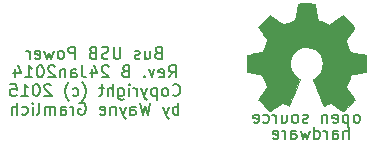
<source format=gbo>
%FSLAX36Y36*%
G04 Gerber Fmt 3.6, Leading zero omitted, Abs format (unit inch)*
G04 Created by KiCad (PCBNEW (2014-jul-16 BZR unknown)-product) date Sat 24 Jan 2015 08:01:21 PM PST*
%MOIN*%
G01*
G04 APERTURE LIST*
%ADD10C,0.003937*%
%ADD11C,0.006000*%
%ADD12C,0.000100*%
G04 APERTURE END LIST*
D10*
D11*
X4985476Y-4604143D02*
X4979762Y-4606048D01*
X4977857Y-4607952D01*
X4975952Y-4611762D01*
X4975952Y-4617476D01*
X4977857Y-4621286D01*
X4979762Y-4623190D01*
X4983571Y-4625095D01*
X4998809Y-4625095D01*
X4998809Y-4585095D01*
X4985476Y-4585095D01*
X4981667Y-4587000D01*
X4979762Y-4588905D01*
X4977857Y-4592714D01*
X4977857Y-4596524D01*
X4979762Y-4600333D01*
X4981667Y-4602238D01*
X4985476Y-4604143D01*
X4998809Y-4604143D01*
X4941667Y-4598429D02*
X4941667Y-4625095D01*
X4958809Y-4598429D02*
X4958809Y-4619381D01*
X4956905Y-4623190D01*
X4953095Y-4625095D01*
X4947381Y-4625095D01*
X4943571Y-4623190D01*
X4941667Y-4621286D01*
X4924524Y-4623190D02*
X4920714Y-4625095D01*
X4913095Y-4625095D01*
X4909286Y-4623190D01*
X4907381Y-4619381D01*
X4907381Y-4617476D01*
X4909286Y-4613667D01*
X4913095Y-4611762D01*
X4918809Y-4611762D01*
X4922619Y-4609857D01*
X4924524Y-4606048D01*
X4924524Y-4604143D01*
X4922619Y-4600333D01*
X4918809Y-4598429D01*
X4913095Y-4598429D01*
X4909286Y-4600333D01*
X4859762Y-4585095D02*
X4859762Y-4617476D01*
X4857857Y-4621286D01*
X4855952Y-4623190D01*
X4852143Y-4625095D01*
X4844524Y-4625095D01*
X4840714Y-4623190D01*
X4838810Y-4621286D01*
X4836905Y-4617476D01*
X4836905Y-4585095D01*
X4819762Y-4623190D02*
X4814048Y-4625095D01*
X4804524Y-4625095D01*
X4800714Y-4623190D01*
X4798810Y-4621286D01*
X4796905Y-4617476D01*
X4796905Y-4613667D01*
X4798810Y-4609857D01*
X4800714Y-4607952D01*
X4804524Y-4606048D01*
X4812143Y-4604143D01*
X4815952Y-4602238D01*
X4817857Y-4600333D01*
X4819762Y-4596524D01*
X4819762Y-4592714D01*
X4817857Y-4588905D01*
X4815952Y-4587000D01*
X4812143Y-4585095D01*
X4802619Y-4585095D01*
X4796905Y-4587000D01*
X4766429Y-4604143D02*
X4760714Y-4606048D01*
X4758810Y-4607952D01*
X4756905Y-4611762D01*
X4756905Y-4617476D01*
X4758810Y-4621286D01*
X4760714Y-4623190D01*
X4764524Y-4625095D01*
X4779762Y-4625095D01*
X4779762Y-4585095D01*
X4766429Y-4585095D01*
X4762619Y-4587000D01*
X4760714Y-4588905D01*
X4758810Y-4592714D01*
X4758810Y-4596524D01*
X4760714Y-4600333D01*
X4762619Y-4602238D01*
X4766429Y-4604143D01*
X4779762Y-4604143D01*
X4709286Y-4625095D02*
X4709286Y-4585095D01*
X4694048Y-4585095D01*
X4690238Y-4587000D01*
X4688333Y-4588905D01*
X4686429Y-4592714D01*
X4686429Y-4598429D01*
X4688333Y-4602238D01*
X4690238Y-4604143D01*
X4694048Y-4606048D01*
X4709286Y-4606048D01*
X4663571Y-4625095D02*
X4667381Y-4623190D01*
X4669286Y-4621286D01*
X4671190Y-4617476D01*
X4671190Y-4606048D01*
X4669286Y-4602238D01*
X4667381Y-4600333D01*
X4663571Y-4598429D01*
X4657857Y-4598429D01*
X4654048Y-4600333D01*
X4652143Y-4602238D01*
X4650238Y-4606048D01*
X4650238Y-4617476D01*
X4652143Y-4621286D01*
X4654048Y-4623190D01*
X4657857Y-4625095D01*
X4663571Y-4625095D01*
X4636905Y-4598429D02*
X4629286Y-4625095D01*
X4621667Y-4606048D01*
X4614048Y-4625095D01*
X4606429Y-4598429D01*
X4575952Y-4623190D02*
X4579762Y-4625095D01*
X4587381Y-4625095D01*
X4591190Y-4623190D01*
X4593095Y-4619381D01*
X4593095Y-4604143D01*
X4591190Y-4600333D01*
X4587381Y-4598429D01*
X4579762Y-4598429D01*
X4575952Y-4600333D01*
X4574048Y-4604143D01*
X4574048Y-4607952D01*
X4593095Y-4611762D01*
X4556905Y-4625095D02*
X4556905Y-4598429D01*
X4556905Y-4606048D02*
X4555000Y-4602238D01*
X4553095Y-4600333D01*
X4549286Y-4598429D01*
X4545476Y-4598429D01*
X5020714Y-4687095D02*
X5034048Y-4668048D01*
X5043571Y-4687095D02*
X5043571Y-4647095D01*
X5028333Y-4647095D01*
X5024524Y-4649000D01*
X5022619Y-4650905D01*
X5020714Y-4654714D01*
X5020714Y-4660429D01*
X5022619Y-4664238D01*
X5024524Y-4666143D01*
X5028333Y-4668048D01*
X5043571Y-4668048D01*
X4988333Y-4685190D02*
X4992143Y-4687095D01*
X4999762Y-4687095D01*
X5003571Y-4685190D01*
X5005476Y-4681381D01*
X5005476Y-4666143D01*
X5003571Y-4662333D01*
X4999762Y-4660429D01*
X4992143Y-4660429D01*
X4988333Y-4662333D01*
X4986429Y-4666143D01*
X4986429Y-4669952D01*
X5005476Y-4673762D01*
X4973095Y-4660429D02*
X4963571Y-4687095D01*
X4954048Y-4660429D01*
X4938809Y-4683286D02*
X4936905Y-4685190D01*
X4938809Y-4687095D01*
X4940714Y-4685190D01*
X4938809Y-4683286D01*
X4938809Y-4687095D01*
X4875952Y-4666143D02*
X4870238Y-4668048D01*
X4868333Y-4669952D01*
X4866429Y-4673762D01*
X4866429Y-4679476D01*
X4868333Y-4683286D01*
X4870238Y-4685190D01*
X4874048Y-4687095D01*
X4889286Y-4687095D01*
X4889286Y-4647095D01*
X4875952Y-4647095D01*
X4872143Y-4649000D01*
X4870238Y-4650905D01*
X4868333Y-4654714D01*
X4868333Y-4658524D01*
X4870238Y-4662333D01*
X4872143Y-4664238D01*
X4875952Y-4666143D01*
X4889286Y-4666143D01*
X4820714Y-4650905D02*
X4818809Y-4649000D01*
X4815000Y-4647095D01*
X4805476Y-4647095D01*
X4801667Y-4649000D01*
X4799762Y-4650905D01*
X4797857Y-4654714D01*
X4797857Y-4658524D01*
X4799762Y-4664238D01*
X4822619Y-4687095D01*
X4797857Y-4687095D01*
X4763571Y-4660429D02*
X4763571Y-4687095D01*
X4773095Y-4645190D02*
X4782619Y-4673762D01*
X4757857Y-4673762D01*
X4731190Y-4647095D02*
X4731190Y-4675667D01*
X4733095Y-4681381D01*
X4736905Y-4685190D01*
X4742619Y-4687095D01*
X4746429Y-4687095D01*
X4695000Y-4687095D02*
X4695000Y-4666143D01*
X4696905Y-4662333D01*
X4700714Y-4660429D01*
X4708333Y-4660429D01*
X4712143Y-4662333D01*
X4695000Y-4685190D02*
X4698810Y-4687095D01*
X4708333Y-4687095D01*
X4712143Y-4685190D01*
X4714048Y-4681381D01*
X4714048Y-4677571D01*
X4712143Y-4673762D01*
X4708333Y-4671857D01*
X4698810Y-4671857D01*
X4695000Y-4669952D01*
X4675952Y-4660429D02*
X4675952Y-4687095D01*
X4675952Y-4664238D02*
X4674048Y-4662333D01*
X4670238Y-4660429D01*
X4664524Y-4660429D01*
X4660714Y-4662333D01*
X4658810Y-4666143D01*
X4658810Y-4687095D01*
X4641667Y-4650905D02*
X4639762Y-4649000D01*
X4635952Y-4647095D01*
X4626429Y-4647095D01*
X4622619Y-4649000D01*
X4620714Y-4650905D01*
X4618810Y-4654714D01*
X4618810Y-4658524D01*
X4620714Y-4664238D01*
X4643571Y-4687095D01*
X4618810Y-4687095D01*
X4594048Y-4647095D02*
X4590238Y-4647095D01*
X4586429Y-4649000D01*
X4584524Y-4650905D01*
X4582619Y-4654714D01*
X4580714Y-4662333D01*
X4580714Y-4671857D01*
X4582619Y-4679476D01*
X4584524Y-4683286D01*
X4586429Y-4685190D01*
X4590238Y-4687095D01*
X4594048Y-4687095D01*
X4597857Y-4685190D01*
X4599762Y-4683286D01*
X4601667Y-4679476D01*
X4603571Y-4671857D01*
X4603571Y-4662333D01*
X4601667Y-4654714D01*
X4599762Y-4650905D01*
X4597857Y-4649000D01*
X4594048Y-4647095D01*
X4542619Y-4687095D02*
X4565476Y-4687095D01*
X4554048Y-4687095D02*
X4554048Y-4647095D01*
X4557857Y-4652810D01*
X4561667Y-4656619D01*
X4565476Y-4658524D01*
X4508333Y-4660429D02*
X4508333Y-4687095D01*
X4517857Y-4645190D02*
X4527381Y-4673762D01*
X4502619Y-4673762D01*
X5034048Y-4745286D02*
X5035952Y-4747190D01*
X5041667Y-4749095D01*
X5045476Y-4749095D01*
X5051190Y-4747190D01*
X5055000Y-4743381D01*
X5056905Y-4739571D01*
X5058809Y-4731952D01*
X5058809Y-4726238D01*
X5056905Y-4718619D01*
X5055000Y-4714810D01*
X5051190Y-4711000D01*
X5045476Y-4709095D01*
X5041667Y-4709095D01*
X5035952Y-4711000D01*
X5034048Y-4712905D01*
X5011190Y-4749095D02*
X5015000Y-4747190D01*
X5016905Y-4745286D01*
X5018809Y-4741476D01*
X5018809Y-4730048D01*
X5016905Y-4726238D01*
X5015000Y-4724333D01*
X5011190Y-4722429D01*
X5005476Y-4722429D01*
X5001667Y-4724333D01*
X4999762Y-4726238D01*
X4997857Y-4730048D01*
X4997857Y-4741476D01*
X4999762Y-4745286D01*
X5001667Y-4747190D01*
X5005476Y-4749095D01*
X5011190Y-4749095D01*
X4980714Y-4722429D02*
X4980714Y-4762429D01*
X4980714Y-4724333D02*
X4976905Y-4722429D01*
X4969286Y-4722429D01*
X4965476Y-4724333D01*
X4963571Y-4726238D01*
X4961667Y-4730048D01*
X4961667Y-4741476D01*
X4963571Y-4745286D01*
X4965476Y-4747190D01*
X4969286Y-4749095D01*
X4976905Y-4749095D01*
X4980714Y-4747190D01*
X4948333Y-4722429D02*
X4938809Y-4749095D01*
X4929286Y-4722429D02*
X4938809Y-4749095D01*
X4942619Y-4758619D01*
X4944524Y-4760524D01*
X4948333Y-4762429D01*
X4914048Y-4749095D02*
X4914048Y-4722429D01*
X4914048Y-4730048D02*
X4912143Y-4726238D01*
X4910238Y-4724333D01*
X4906429Y-4722429D01*
X4902619Y-4722429D01*
X4889286Y-4749095D02*
X4889286Y-4722429D01*
X4889286Y-4709095D02*
X4891190Y-4711000D01*
X4889286Y-4712905D01*
X4887381Y-4711000D01*
X4889286Y-4709095D01*
X4889286Y-4712905D01*
X4853095Y-4722429D02*
X4853095Y-4754810D01*
X4855000Y-4758619D01*
X4856905Y-4760524D01*
X4860714Y-4762429D01*
X4866429Y-4762429D01*
X4870238Y-4760524D01*
X4853095Y-4747190D02*
X4856905Y-4749095D01*
X4864524Y-4749095D01*
X4868333Y-4747190D01*
X4870238Y-4745286D01*
X4872143Y-4741476D01*
X4872143Y-4730048D01*
X4870238Y-4726238D01*
X4868333Y-4724333D01*
X4864524Y-4722429D01*
X4856905Y-4722429D01*
X4853095Y-4724333D01*
X4834048Y-4749095D02*
X4834048Y-4709095D01*
X4816905Y-4749095D02*
X4816905Y-4728143D01*
X4818809Y-4724333D01*
X4822619Y-4722429D01*
X4828333Y-4722429D01*
X4832143Y-4724333D01*
X4834048Y-4726238D01*
X4803571Y-4722429D02*
X4788333Y-4722429D01*
X4797857Y-4709095D02*
X4797857Y-4743381D01*
X4795952Y-4747190D01*
X4792143Y-4749095D01*
X4788333Y-4749095D01*
X4733095Y-4764333D02*
X4735000Y-4762429D01*
X4738809Y-4756714D01*
X4740714Y-4752905D01*
X4742619Y-4747190D01*
X4744524Y-4737667D01*
X4744524Y-4730048D01*
X4742619Y-4720524D01*
X4740714Y-4714810D01*
X4738809Y-4711000D01*
X4735000Y-4705286D01*
X4733095Y-4703381D01*
X4700714Y-4747190D02*
X4704524Y-4749095D01*
X4712143Y-4749095D01*
X4715952Y-4747190D01*
X4717857Y-4745286D01*
X4719762Y-4741476D01*
X4719762Y-4730048D01*
X4717857Y-4726238D01*
X4715952Y-4724333D01*
X4712143Y-4722429D01*
X4704524Y-4722429D01*
X4700714Y-4724333D01*
X4687381Y-4764333D02*
X4685476Y-4762429D01*
X4681667Y-4756714D01*
X4679762Y-4752905D01*
X4677857Y-4747190D01*
X4675952Y-4737667D01*
X4675952Y-4730048D01*
X4677857Y-4720524D01*
X4679762Y-4714810D01*
X4681667Y-4711000D01*
X4685476Y-4705286D01*
X4687381Y-4703381D01*
X4628333Y-4712905D02*
X4626429Y-4711000D01*
X4622619Y-4709095D01*
X4613095Y-4709095D01*
X4609286Y-4711000D01*
X4607381Y-4712905D01*
X4605476Y-4716714D01*
X4605476Y-4720524D01*
X4607381Y-4726238D01*
X4630238Y-4749095D01*
X4605476Y-4749095D01*
X4580714Y-4709095D02*
X4576905Y-4709095D01*
X4573095Y-4711000D01*
X4571191Y-4712905D01*
X4569286Y-4716714D01*
X4567381Y-4724333D01*
X4567381Y-4733857D01*
X4569286Y-4741476D01*
X4571191Y-4745286D01*
X4573095Y-4747190D01*
X4576905Y-4749095D01*
X4580714Y-4749095D01*
X4584524Y-4747190D01*
X4586429Y-4745286D01*
X4588333Y-4741476D01*
X4590238Y-4733857D01*
X4590238Y-4724333D01*
X4588333Y-4716714D01*
X4586429Y-4712905D01*
X4584524Y-4711000D01*
X4580714Y-4709095D01*
X4529286Y-4749095D02*
X4552143Y-4749095D01*
X4540714Y-4749095D02*
X4540714Y-4709095D01*
X4544524Y-4714810D01*
X4548333Y-4718619D01*
X4552143Y-4720524D01*
X4493095Y-4709095D02*
X4512143Y-4709095D01*
X4514048Y-4728143D01*
X4512143Y-4726238D01*
X4508333Y-4724333D01*
X4498810Y-4724333D01*
X4495000Y-4726238D01*
X4493095Y-4728143D01*
X4491191Y-4731952D01*
X4491191Y-4741476D01*
X4493095Y-4745286D01*
X4495000Y-4747190D01*
X4498810Y-4749095D01*
X4508333Y-4749095D01*
X4512143Y-4747190D01*
X4514048Y-4745286D01*
X5053095Y-4811095D02*
X5053095Y-4771095D01*
X5053095Y-4786333D02*
X5049286Y-4784429D01*
X5041667Y-4784429D01*
X5037857Y-4786333D01*
X5035952Y-4788238D01*
X5034048Y-4792048D01*
X5034048Y-4803476D01*
X5035952Y-4807286D01*
X5037857Y-4809190D01*
X5041667Y-4811095D01*
X5049286Y-4811095D01*
X5053095Y-4809190D01*
X5020714Y-4784429D02*
X5011190Y-4811095D01*
X5001667Y-4784429D02*
X5011190Y-4811095D01*
X5015000Y-4820619D01*
X5016905Y-4822524D01*
X5020714Y-4824429D01*
X4959762Y-4771095D02*
X4950238Y-4811095D01*
X4942619Y-4782524D01*
X4935000Y-4811095D01*
X4925476Y-4771095D01*
X4893095Y-4811095D02*
X4893095Y-4790143D01*
X4895000Y-4786333D01*
X4898810Y-4784429D01*
X4906429Y-4784429D01*
X4910238Y-4786333D01*
X4893095Y-4809190D02*
X4896905Y-4811095D01*
X4906429Y-4811095D01*
X4910238Y-4809190D01*
X4912143Y-4805381D01*
X4912143Y-4801571D01*
X4910238Y-4797762D01*
X4906429Y-4795857D01*
X4896905Y-4795857D01*
X4893095Y-4793952D01*
X4877857Y-4784429D02*
X4868333Y-4811095D01*
X4858810Y-4784429D02*
X4868333Y-4811095D01*
X4872143Y-4820619D01*
X4874048Y-4822524D01*
X4877857Y-4824429D01*
X4843571Y-4784429D02*
X4843571Y-4811095D01*
X4843571Y-4788238D02*
X4841667Y-4786333D01*
X4837857Y-4784429D01*
X4832143Y-4784429D01*
X4828333Y-4786333D01*
X4826429Y-4790143D01*
X4826429Y-4811095D01*
X4792143Y-4809190D02*
X4795952Y-4811095D01*
X4803571Y-4811095D01*
X4807381Y-4809190D01*
X4809286Y-4805381D01*
X4809286Y-4790143D01*
X4807381Y-4786333D01*
X4803571Y-4784429D01*
X4795952Y-4784429D01*
X4792143Y-4786333D01*
X4790238Y-4790143D01*
X4790238Y-4793952D01*
X4809286Y-4797762D01*
X4721667Y-4773000D02*
X4725476Y-4771095D01*
X4731191Y-4771095D01*
X4736905Y-4773000D01*
X4740714Y-4776810D01*
X4742619Y-4780619D01*
X4744524Y-4788238D01*
X4744524Y-4793952D01*
X4742619Y-4801571D01*
X4740714Y-4805381D01*
X4736905Y-4809190D01*
X4731191Y-4811095D01*
X4727381Y-4811095D01*
X4721667Y-4809190D01*
X4719762Y-4807286D01*
X4719762Y-4793952D01*
X4727381Y-4793952D01*
X4702619Y-4811095D02*
X4702619Y-4784429D01*
X4702619Y-4792048D02*
X4700714Y-4788238D01*
X4698810Y-4786333D01*
X4695000Y-4784429D01*
X4691191Y-4784429D01*
X4660714Y-4811095D02*
X4660714Y-4790143D01*
X4662619Y-4786333D01*
X4666429Y-4784429D01*
X4674048Y-4784429D01*
X4677857Y-4786333D01*
X4660714Y-4809190D02*
X4664524Y-4811095D01*
X4674048Y-4811095D01*
X4677857Y-4809190D01*
X4679762Y-4805381D01*
X4679762Y-4801571D01*
X4677857Y-4797762D01*
X4674048Y-4795857D01*
X4664524Y-4795857D01*
X4660714Y-4793952D01*
X4641667Y-4811095D02*
X4641667Y-4784429D01*
X4641667Y-4788238D02*
X4639762Y-4786333D01*
X4635952Y-4784429D01*
X4630238Y-4784429D01*
X4626429Y-4786333D01*
X4624524Y-4790143D01*
X4624524Y-4811095D01*
X4624524Y-4790143D02*
X4622619Y-4786333D01*
X4618810Y-4784429D01*
X4613095Y-4784429D01*
X4609286Y-4786333D01*
X4607381Y-4790143D01*
X4607381Y-4811095D01*
X4582619Y-4811095D02*
X4586429Y-4809190D01*
X4588333Y-4805381D01*
X4588333Y-4771095D01*
X4567381Y-4811095D02*
X4567381Y-4784429D01*
X4567381Y-4771095D02*
X4569286Y-4773000D01*
X4567381Y-4774905D01*
X4565476Y-4773000D01*
X4567381Y-4771095D01*
X4567381Y-4774905D01*
X4531191Y-4809190D02*
X4535000Y-4811095D01*
X4542619Y-4811095D01*
X4546429Y-4809190D01*
X4548333Y-4807286D01*
X4550238Y-4803476D01*
X4550238Y-4792048D01*
X4548333Y-4788238D01*
X4546429Y-4786333D01*
X4542619Y-4784429D01*
X4535000Y-4784429D01*
X4531191Y-4786333D01*
X4514048Y-4811095D02*
X4514048Y-4771095D01*
X4496905Y-4811095D02*
X4496905Y-4790143D01*
X4498810Y-4786333D01*
X4502619Y-4784429D01*
X4508333Y-4784429D01*
X4512143Y-4786333D01*
X4514048Y-4788238D01*
X5620114Y-4891295D02*
X5620114Y-4851295D01*
X5602971Y-4891295D02*
X5602971Y-4870343D01*
X5604876Y-4866533D01*
X5608686Y-4864629D01*
X5614400Y-4864629D01*
X5618209Y-4866533D01*
X5620114Y-4868438D01*
X5566781Y-4891295D02*
X5566781Y-4870343D01*
X5568686Y-4866533D01*
X5572495Y-4864629D01*
X5580114Y-4864629D01*
X5583924Y-4866533D01*
X5566781Y-4889390D02*
X5570590Y-4891295D01*
X5580114Y-4891295D01*
X5583924Y-4889390D01*
X5585829Y-4885581D01*
X5585829Y-4881771D01*
X5583924Y-4877962D01*
X5580114Y-4876057D01*
X5570590Y-4876057D01*
X5566781Y-4874152D01*
X5547733Y-4891295D02*
X5547733Y-4864629D01*
X5547733Y-4872248D02*
X5545829Y-4868438D01*
X5543924Y-4866533D01*
X5540114Y-4864629D01*
X5536305Y-4864629D01*
X5505829Y-4891295D02*
X5505829Y-4851295D01*
X5505829Y-4889390D02*
X5509638Y-4891295D01*
X5517257Y-4891295D01*
X5521067Y-4889390D01*
X5522971Y-4887486D01*
X5524876Y-4883676D01*
X5524876Y-4872248D01*
X5522971Y-4868438D01*
X5521067Y-4866533D01*
X5517257Y-4864629D01*
X5509638Y-4864629D01*
X5505829Y-4866533D01*
X5490590Y-4864629D02*
X5482971Y-4891295D01*
X5475352Y-4872248D01*
X5467733Y-4891295D01*
X5460114Y-4864629D01*
X5427733Y-4891295D02*
X5427733Y-4870343D01*
X5429638Y-4866533D01*
X5433448Y-4864629D01*
X5441067Y-4864629D01*
X5444876Y-4866533D01*
X5427733Y-4889390D02*
X5431543Y-4891295D01*
X5441067Y-4891295D01*
X5444876Y-4889390D01*
X5446781Y-4885581D01*
X5446781Y-4881771D01*
X5444876Y-4877962D01*
X5441067Y-4876057D01*
X5431543Y-4876057D01*
X5427733Y-4874152D01*
X5408686Y-4891295D02*
X5408686Y-4864629D01*
X5408686Y-4872248D02*
X5406781Y-4868438D01*
X5404876Y-4866533D01*
X5401067Y-4864629D01*
X5397257Y-4864629D01*
X5368686Y-4889390D02*
X5372495Y-4891295D01*
X5380114Y-4891295D01*
X5383924Y-4889390D01*
X5385829Y-4885581D01*
X5385829Y-4870343D01*
X5383924Y-4866533D01*
X5380114Y-4864629D01*
X5372495Y-4864629D01*
X5368686Y-4866533D01*
X5366781Y-4870343D01*
X5366781Y-4874152D01*
X5385829Y-4877962D01*
X5650476Y-4838095D02*
X5654286Y-4836190D01*
X5656190Y-4834286D01*
X5658095Y-4830476D01*
X5658095Y-4819048D01*
X5656190Y-4815238D01*
X5654286Y-4813333D01*
X5650476Y-4811429D01*
X5644762Y-4811429D01*
X5640952Y-4813333D01*
X5639048Y-4815238D01*
X5637143Y-4819048D01*
X5637143Y-4830476D01*
X5639048Y-4834286D01*
X5640952Y-4836190D01*
X5644762Y-4838095D01*
X5650476Y-4838095D01*
X5620000Y-4811429D02*
X5620000Y-4851429D01*
X5620000Y-4813333D02*
X5616190Y-4811429D01*
X5608571Y-4811429D01*
X5604762Y-4813333D01*
X5602857Y-4815238D01*
X5600952Y-4819048D01*
X5600952Y-4830476D01*
X5602857Y-4834286D01*
X5604762Y-4836190D01*
X5608571Y-4838095D01*
X5616190Y-4838095D01*
X5620000Y-4836190D01*
X5568571Y-4836190D02*
X5572381Y-4838095D01*
X5580000Y-4838095D01*
X5583809Y-4836190D01*
X5585714Y-4832381D01*
X5585714Y-4817143D01*
X5583809Y-4813333D01*
X5580000Y-4811429D01*
X5572381Y-4811429D01*
X5568571Y-4813333D01*
X5566667Y-4817143D01*
X5566667Y-4820952D01*
X5585714Y-4824762D01*
X5549524Y-4811429D02*
X5549524Y-4838095D01*
X5549524Y-4815238D02*
X5547619Y-4813333D01*
X5543809Y-4811429D01*
X5538095Y-4811429D01*
X5534286Y-4813333D01*
X5532381Y-4817143D01*
X5532381Y-4838095D01*
X5484762Y-4836190D02*
X5480952Y-4838095D01*
X5473333Y-4838095D01*
X5469524Y-4836190D01*
X5467619Y-4832381D01*
X5467619Y-4830476D01*
X5469524Y-4826667D01*
X5473333Y-4824762D01*
X5479048Y-4824762D01*
X5482857Y-4822857D01*
X5484762Y-4819048D01*
X5484762Y-4817143D01*
X5482857Y-4813333D01*
X5479048Y-4811429D01*
X5473333Y-4811429D01*
X5469524Y-4813333D01*
X5444762Y-4838095D02*
X5448571Y-4836190D01*
X5450476Y-4834286D01*
X5452381Y-4830476D01*
X5452381Y-4819048D01*
X5450476Y-4815238D01*
X5448571Y-4813333D01*
X5444762Y-4811429D01*
X5439048Y-4811429D01*
X5435238Y-4813333D01*
X5433333Y-4815238D01*
X5431429Y-4819048D01*
X5431429Y-4830476D01*
X5433333Y-4834286D01*
X5435238Y-4836190D01*
X5439048Y-4838095D01*
X5444762Y-4838095D01*
X5397143Y-4811429D02*
X5397143Y-4838095D01*
X5414286Y-4811429D02*
X5414286Y-4832381D01*
X5412381Y-4836190D01*
X5408571Y-4838095D01*
X5402857Y-4838095D01*
X5399048Y-4836190D01*
X5397143Y-4834286D01*
X5378095Y-4838095D02*
X5378095Y-4811429D01*
X5378095Y-4819048D02*
X5376190Y-4815238D01*
X5374286Y-4813333D01*
X5370476Y-4811429D01*
X5366667Y-4811429D01*
X5336191Y-4836190D02*
X5340000Y-4838095D01*
X5347619Y-4838095D01*
X5351429Y-4836190D01*
X5353333Y-4834286D01*
X5355238Y-4830476D01*
X5355238Y-4819048D01*
X5353333Y-4815238D01*
X5351429Y-4813333D01*
X5347619Y-4811429D01*
X5340000Y-4811429D01*
X5336191Y-4813333D01*
X5303810Y-4836190D02*
X5307619Y-4838095D01*
X5315238Y-4838095D01*
X5319048Y-4836190D01*
X5320952Y-4832381D01*
X5320952Y-4817143D01*
X5319048Y-4813333D01*
X5315238Y-4811429D01*
X5307619Y-4811429D01*
X5303810Y-4813333D01*
X5301905Y-4817143D01*
X5301905Y-4820952D01*
X5320952Y-4824762D01*
D12*
G36*
X5601200Y-4799600D02*
X5599100Y-4798600D01*
X5594400Y-4795600D01*
X5587800Y-4791200D01*
X5579900Y-4785900D01*
X5572000Y-4780600D01*
X5565400Y-4776200D01*
X5560900Y-4773300D01*
X5559000Y-4772200D01*
X5558000Y-4772600D01*
X5554200Y-4774400D01*
X5548700Y-4777300D01*
X5545600Y-4778900D01*
X5540500Y-4781100D01*
X5538100Y-4781500D01*
X5537600Y-4780800D01*
X5535800Y-4777000D01*
X5532900Y-4770400D01*
X5529100Y-4761800D01*
X5524800Y-4751600D01*
X5520200Y-4740700D01*
X5515500Y-4729500D01*
X5511100Y-4718800D01*
X5507200Y-4709300D01*
X5504100Y-4701500D01*
X5502000Y-4696100D01*
X5501200Y-4693700D01*
X5501500Y-4693300D01*
X5504000Y-4690800D01*
X5508400Y-4687500D01*
X5517800Y-4679900D01*
X5527200Y-4668200D01*
X5532900Y-4654900D01*
X5534700Y-4640200D01*
X5533100Y-4626600D01*
X5527800Y-4613500D01*
X5518600Y-4601700D01*
X5507500Y-4592900D01*
X5494600Y-4587400D01*
X5480000Y-4585600D01*
X5466100Y-4587200D01*
X5452700Y-4592400D01*
X5440900Y-4601400D01*
X5435900Y-4607200D01*
X5429000Y-4619100D01*
X5425100Y-4631900D01*
X5424700Y-4635200D01*
X5425300Y-4649200D01*
X5429400Y-4662700D01*
X5436900Y-4674700D01*
X5447200Y-4684600D01*
X5448400Y-4685500D01*
X5453200Y-4689100D01*
X5456400Y-4691500D01*
X5458900Y-4693600D01*
X5441000Y-4736600D01*
X5438200Y-4743500D01*
X5433300Y-4755200D01*
X5428900Y-4765400D01*
X5425500Y-4773500D01*
X5423100Y-4778800D01*
X5422100Y-4781000D01*
X5421900Y-4781100D01*
X5420400Y-4781400D01*
X5417100Y-4780200D01*
X5411100Y-4777300D01*
X5407100Y-4775300D01*
X5402500Y-4773100D01*
X5400500Y-4772200D01*
X5398800Y-4773200D01*
X5394300Y-4776000D01*
X5387900Y-4780300D01*
X5380200Y-4785500D01*
X5372900Y-4790500D01*
X5366200Y-4795000D01*
X5361200Y-4798100D01*
X5358900Y-4799400D01*
X5358500Y-4799400D01*
X5356400Y-4798200D01*
X5352500Y-4795000D01*
X5346600Y-4789400D01*
X5338300Y-4781300D01*
X5337100Y-4780000D01*
X5330300Y-4773100D01*
X5324700Y-4767200D01*
X5321000Y-4763100D01*
X5319700Y-4761200D01*
X5319700Y-4761200D01*
X5320900Y-4758900D01*
X5324000Y-4754000D01*
X5328500Y-4747100D01*
X5333900Y-4739100D01*
X5348200Y-4718400D01*
X5340300Y-4698900D01*
X5337900Y-4692900D01*
X5334900Y-4685600D01*
X5332600Y-4680400D01*
X5331400Y-4678200D01*
X5329300Y-4677400D01*
X5324000Y-4676100D01*
X5316200Y-4674500D01*
X5307000Y-4672800D01*
X5298200Y-4671200D01*
X5290200Y-4669700D01*
X5284400Y-4668600D01*
X5281800Y-4668000D01*
X5281200Y-4667700D01*
X5280700Y-4666400D01*
X5280400Y-4663700D01*
X5280200Y-4658900D01*
X5280100Y-4651300D01*
X5280100Y-4640200D01*
X5280100Y-4639000D01*
X5280200Y-4628500D01*
X5280300Y-4620100D01*
X5280600Y-4614700D01*
X5281000Y-4612500D01*
X5281000Y-4612500D01*
X5283500Y-4611900D01*
X5289100Y-4610700D01*
X5297100Y-4609100D01*
X5306600Y-4607300D01*
X5307200Y-4607200D01*
X5316600Y-4605400D01*
X5324600Y-4603700D01*
X5330100Y-4602400D01*
X5332500Y-4601700D01*
X5332900Y-4601000D01*
X5334900Y-4597400D01*
X5337600Y-4591500D01*
X5340700Y-4584300D01*
X5343800Y-4576900D01*
X5346500Y-4570200D01*
X5348300Y-4565200D01*
X5348800Y-4563000D01*
X5348800Y-4562900D01*
X5347300Y-4560600D01*
X5344100Y-4555800D01*
X5339500Y-4548900D01*
X5334000Y-4540900D01*
X5333500Y-4540300D01*
X5328100Y-4532300D01*
X5323700Y-4525500D01*
X5320800Y-4520700D01*
X5319700Y-4518500D01*
X5319700Y-4518400D01*
X5321500Y-4516000D01*
X5325600Y-4511500D01*
X5331400Y-4505400D01*
X5338400Y-4498300D01*
X5340600Y-4496100D01*
X5348400Y-4488500D01*
X5353800Y-4483600D01*
X5357200Y-4480900D01*
X5358800Y-4480300D01*
X5358800Y-4480400D01*
X5361200Y-4481800D01*
X5366300Y-4485100D01*
X5373100Y-4489800D01*
X5381200Y-4495300D01*
X5381800Y-4495700D01*
X5389800Y-4501100D01*
X5396500Y-4505600D01*
X5401200Y-4508700D01*
X5403300Y-4510000D01*
X5403600Y-4510000D01*
X5406900Y-4509000D01*
X5412600Y-4507000D01*
X5419600Y-4504300D01*
X5427000Y-4501400D01*
X5433700Y-4498500D01*
X5438700Y-4496200D01*
X5441100Y-4494900D01*
X5441200Y-4494700D01*
X5442000Y-4491900D01*
X5443400Y-4485900D01*
X5445100Y-4477700D01*
X5446900Y-4467900D01*
X5447200Y-4466300D01*
X5449000Y-4456800D01*
X5450600Y-4448900D01*
X5451700Y-4443500D01*
X5452200Y-4441200D01*
X5453600Y-4440900D01*
X5458300Y-4440600D01*
X5465400Y-4440400D01*
X5474000Y-4440300D01*
X5483000Y-4440400D01*
X5491900Y-4440500D01*
X5499400Y-4440800D01*
X5504800Y-4441200D01*
X5507100Y-4441600D01*
X5507100Y-4441800D01*
X5508000Y-4444700D01*
X5509300Y-4450700D01*
X5511000Y-4459000D01*
X5512800Y-4468800D01*
X5513200Y-4470500D01*
X5515000Y-4480000D01*
X5516600Y-4487800D01*
X5517700Y-4493200D01*
X5518300Y-4495300D01*
X5519200Y-4495800D01*
X5523100Y-4497500D01*
X5529500Y-4500100D01*
X5537400Y-4503300D01*
X5555700Y-4510700D01*
X5578100Y-4495300D01*
X5580200Y-4493900D01*
X5588300Y-4488400D01*
X5594900Y-4484000D01*
X5599500Y-4481000D01*
X5601400Y-4479900D01*
X5601600Y-4480000D01*
X5603800Y-4482000D01*
X5608300Y-4486200D01*
X5614300Y-4492100D01*
X5621400Y-4499100D01*
X5626600Y-4504300D01*
X5632800Y-4510600D01*
X5636700Y-4514900D01*
X5638900Y-4517600D01*
X5639600Y-4519200D01*
X5639500Y-4520300D01*
X5638000Y-4522600D01*
X5634700Y-4527600D01*
X5630100Y-4534400D01*
X5624600Y-4542300D01*
X5620100Y-4548900D01*
X5615200Y-4556500D01*
X5612100Y-4561900D01*
X5611000Y-4564500D01*
X5611300Y-4565600D01*
X5612800Y-4570000D01*
X5615500Y-4576600D01*
X5618900Y-4584500D01*
X5626700Y-4602300D01*
X5638300Y-4604500D01*
X5645400Y-4605900D01*
X5655200Y-4607800D01*
X5664700Y-4609600D01*
X5679400Y-4612500D01*
X5680000Y-4666700D01*
X5677700Y-4667600D01*
X5675500Y-4668200D01*
X5670000Y-4669400D01*
X5662200Y-4671000D01*
X5653000Y-4672700D01*
X5645200Y-4674200D01*
X5637300Y-4675700D01*
X5631600Y-4676800D01*
X5629100Y-4677300D01*
X5628500Y-4678200D01*
X5626500Y-4682000D01*
X5623700Y-4688100D01*
X5620500Y-4695400D01*
X5617400Y-4703000D01*
X5614600Y-4710000D01*
X5612700Y-4715300D01*
X5611900Y-4718100D01*
X5613000Y-4720200D01*
X5616000Y-4724800D01*
X5620400Y-4731400D01*
X5625700Y-4739300D01*
X5631100Y-4747100D01*
X5635600Y-4753800D01*
X5638800Y-4758700D01*
X5640100Y-4760900D01*
X5639500Y-4762400D01*
X5636300Y-4766200D01*
X5630400Y-4772300D01*
X5621600Y-4781000D01*
X5620100Y-4782400D01*
X5613100Y-4789200D01*
X5607200Y-4794600D01*
X5603100Y-4798300D01*
X5601200Y-4799600D01*
X5601200Y-4799600D01*
G37*
X5601200Y-4799600D02*
X5599100Y-4798600D01*
X5594400Y-4795600D01*
X5587800Y-4791200D01*
X5579900Y-4785900D01*
X5572000Y-4780600D01*
X5565400Y-4776200D01*
X5560900Y-4773300D01*
X5559000Y-4772200D01*
X5558000Y-4772600D01*
X5554200Y-4774400D01*
X5548700Y-4777300D01*
X5545600Y-4778900D01*
X5540500Y-4781100D01*
X5538100Y-4781500D01*
X5537600Y-4780800D01*
X5535800Y-4777000D01*
X5532900Y-4770400D01*
X5529100Y-4761800D01*
X5524800Y-4751600D01*
X5520200Y-4740700D01*
X5515500Y-4729500D01*
X5511100Y-4718800D01*
X5507200Y-4709300D01*
X5504100Y-4701500D01*
X5502000Y-4696100D01*
X5501200Y-4693700D01*
X5501500Y-4693300D01*
X5504000Y-4690800D01*
X5508400Y-4687500D01*
X5517800Y-4679900D01*
X5527200Y-4668200D01*
X5532900Y-4654900D01*
X5534700Y-4640200D01*
X5533100Y-4626600D01*
X5527800Y-4613500D01*
X5518600Y-4601700D01*
X5507500Y-4592900D01*
X5494600Y-4587400D01*
X5480000Y-4585600D01*
X5466100Y-4587200D01*
X5452700Y-4592400D01*
X5440900Y-4601400D01*
X5435900Y-4607200D01*
X5429000Y-4619100D01*
X5425100Y-4631900D01*
X5424700Y-4635200D01*
X5425300Y-4649200D01*
X5429400Y-4662700D01*
X5436900Y-4674700D01*
X5447200Y-4684600D01*
X5448400Y-4685500D01*
X5453200Y-4689100D01*
X5456400Y-4691500D01*
X5458900Y-4693600D01*
X5441000Y-4736600D01*
X5438200Y-4743500D01*
X5433300Y-4755200D01*
X5428900Y-4765400D01*
X5425500Y-4773500D01*
X5423100Y-4778800D01*
X5422100Y-4781000D01*
X5421900Y-4781100D01*
X5420400Y-4781400D01*
X5417100Y-4780200D01*
X5411100Y-4777300D01*
X5407100Y-4775300D01*
X5402500Y-4773100D01*
X5400500Y-4772200D01*
X5398800Y-4773200D01*
X5394300Y-4776000D01*
X5387900Y-4780300D01*
X5380200Y-4785500D01*
X5372900Y-4790500D01*
X5366200Y-4795000D01*
X5361200Y-4798100D01*
X5358900Y-4799400D01*
X5358500Y-4799400D01*
X5356400Y-4798200D01*
X5352500Y-4795000D01*
X5346600Y-4789400D01*
X5338300Y-4781300D01*
X5337100Y-4780000D01*
X5330300Y-4773100D01*
X5324700Y-4767200D01*
X5321000Y-4763100D01*
X5319700Y-4761200D01*
X5319700Y-4761200D01*
X5320900Y-4758900D01*
X5324000Y-4754000D01*
X5328500Y-4747100D01*
X5333900Y-4739100D01*
X5348200Y-4718400D01*
X5340300Y-4698900D01*
X5337900Y-4692900D01*
X5334900Y-4685600D01*
X5332600Y-4680400D01*
X5331400Y-4678200D01*
X5329300Y-4677400D01*
X5324000Y-4676100D01*
X5316200Y-4674500D01*
X5307000Y-4672800D01*
X5298200Y-4671200D01*
X5290200Y-4669700D01*
X5284400Y-4668600D01*
X5281800Y-4668000D01*
X5281200Y-4667700D01*
X5280700Y-4666400D01*
X5280400Y-4663700D01*
X5280200Y-4658900D01*
X5280100Y-4651300D01*
X5280100Y-4640200D01*
X5280100Y-4639000D01*
X5280200Y-4628500D01*
X5280300Y-4620100D01*
X5280600Y-4614700D01*
X5281000Y-4612500D01*
X5281000Y-4612500D01*
X5283500Y-4611900D01*
X5289100Y-4610700D01*
X5297100Y-4609100D01*
X5306600Y-4607300D01*
X5307200Y-4607200D01*
X5316600Y-4605400D01*
X5324600Y-4603700D01*
X5330100Y-4602400D01*
X5332500Y-4601700D01*
X5332900Y-4601000D01*
X5334900Y-4597400D01*
X5337600Y-4591500D01*
X5340700Y-4584300D01*
X5343800Y-4576900D01*
X5346500Y-4570200D01*
X5348300Y-4565200D01*
X5348800Y-4563000D01*
X5348800Y-4562900D01*
X5347300Y-4560600D01*
X5344100Y-4555800D01*
X5339500Y-4548900D01*
X5334000Y-4540900D01*
X5333500Y-4540300D01*
X5328100Y-4532300D01*
X5323700Y-4525500D01*
X5320800Y-4520700D01*
X5319700Y-4518500D01*
X5319700Y-4518400D01*
X5321500Y-4516000D01*
X5325600Y-4511500D01*
X5331400Y-4505400D01*
X5338400Y-4498300D01*
X5340600Y-4496100D01*
X5348400Y-4488500D01*
X5353800Y-4483600D01*
X5357200Y-4480900D01*
X5358800Y-4480300D01*
X5358800Y-4480400D01*
X5361200Y-4481800D01*
X5366300Y-4485100D01*
X5373100Y-4489800D01*
X5381200Y-4495300D01*
X5381800Y-4495700D01*
X5389800Y-4501100D01*
X5396500Y-4505600D01*
X5401200Y-4508700D01*
X5403300Y-4510000D01*
X5403600Y-4510000D01*
X5406900Y-4509000D01*
X5412600Y-4507000D01*
X5419600Y-4504300D01*
X5427000Y-4501400D01*
X5433700Y-4498500D01*
X5438700Y-4496200D01*
X5441100Y-4494900D01*
X5441200Y-4494700D01*
X5442000Y-4491900D01*
X5443400Y-4485900D01*
X5445100Y-4477700D01*
X5446900Y-4467900D01*
X5447200Y-4466300D01*
X5449000Y-4456800D01*
X5450600Y-4448900D01*
X5451700Y-4443500D01*
X5452200Y-4441200D01*
X5453600Y-4440900D01*
X5458300Y-4440600D01*
X5465400Y-4440400D01*
X5474000Y-4440300D01*
X5483000Y-4440400D01*
X5491900Y-4440500D01*
X5499400Y-4440800D01*
X5504800Y-4441200D01*
X5507100Y-4441600D01*
X5507100Y-4441800D01*
X5508000Y-4444700D01*
X5509300Y-4450700D01*
X5511000Y-4459000D01*
X5512800Y-4468800D01*
X5513200Y-4470500D01*
X5515000Y-4480000D01*
X5516600Y-4487800D01*
X5517700Y-4493200D01*
X5518300Y-4495300D01*
X5519200Y-4495800D01*
X5523100Y-4497500D01*
X5529500Y-4500100D01*
X5537400Y-4503300D01*
X5555700Y-4510700D01*
X5578100Y-4495300D01*
X5580200Y-4493900D01*
X5588300Y-4488400D01*
X5594900Y-4484000D01*
X5599500Y-4481000D01*
X5601400Y-4479900D01*
X5601600Y-4480000D01*
X5603800Y-4482000D01*
X5608300Y-4486200D01*
X5614300Y-4492100D01*
X5621400Y-4499100D01*
X5626600Y-4504300D01*
X5632800Y-4510600D01*
X5636700Y-4514900D01*
X5638900Y-4517600D01*
X5639600Y-4519200D01*
X5639500Y-4520300D01*
X5638000Y-4522600D01*
X5634700Y-4527600D01*
X5630100Y-4534400D01*
X5624600Y-4542300D01*
X5620100Y-4548900D01*
X5615200Y-4556500D01*
X5612100Y-4561900D01*
X5611000Y-4564500D01*
X5611300Y-4565600D01*
X5612800Y-4570000D01*
X5615500Y-4576600D01*
X5618900Y-4584500D01*
X5626700Y-4602300D01*
X5638300Y-4604500D01*
X5645400Y-4605900D01*
X5655200Y-4607800D01*
X5664700Y-4609600D01*
X5679400Y-4612500D01*
X5680000Y-4666700D01*
X5677700Y-4667600D01*
X5675500Y-4668200D01*
X5670000Y-4669400D01*
X5662200Y-4671000D01*
X5653000Y-4672700D01*
X5645200Y-4674200D01*
X5637300Y-4675700D01*
X5631600Y-4676800D01*
X5629100Y-4677300D01*
X5628500Y-4678200D01*
X5626500Y-4682000D01*
X5623700Y-4688100D01*
X5620500Y-4695400D01*
X5617400Y-4703000D01*
X5614600Y-4710000D01*
X5612700Y-4715300D01*
X5611900Y-4718100D01*
X5613000Y-4720200D01*
X5616000Y-4724800D01*
X5620400Y-4731400D01*
X5625700Y-4739300D01*
X5631100Y-4747100D01*
X5635600Y-4753800D01*
X5638800Y-4758700D01*
X5640100Y-4760900D01*
X5639500Y-4762400D01*
X5636300Y-4766200D01*
X5630400Y-4772300D01*
X5621600Y-4781000D01*
X5620100Y-4782400D01*
X5613100Y-4789200D01*
X5607200Y-4794600D01*
X5603100Y-4798300D01*
X5601200Y-4799600D01*
M02*

</source>
